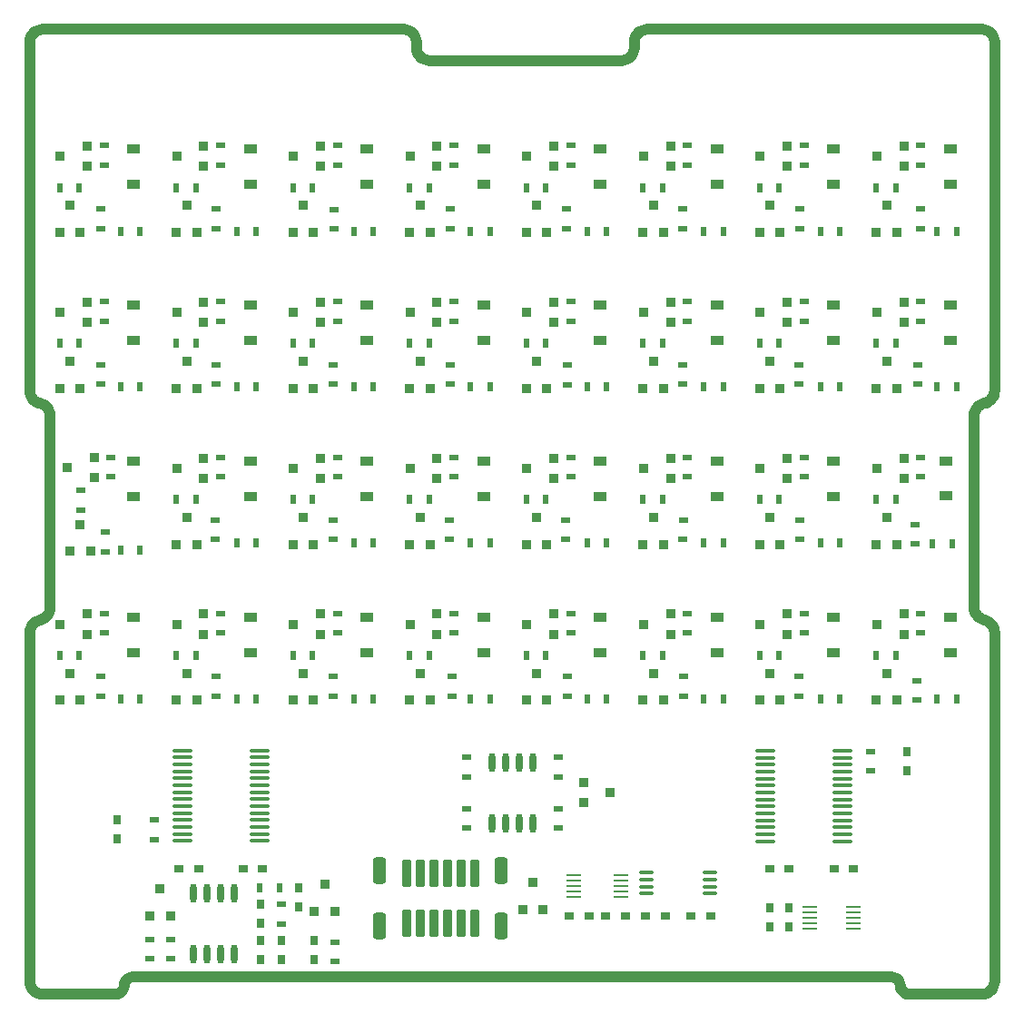
<source format=gbr>
G04*
G04 #@! TF.GenerationSoftware,Altium Limited,Altium Designer,24.1.2 (44)*
G04*
G04 Layer_Color=128*
%FSLAX44Y44*%
%MOMM*%
G71*
G04*
G04 #@! TF.SameCoordinates,32799FE6-DD90-4EFC-9ADB-317E97FF397D*
G04*
G04*
G04 #@! TF.FilePolarity,Positive*
G04*
G01*
G75*
%ADD17C,1.0000*%
%ADD21R,0.9000X0.6000*%
%ADD23R,0.8000X0.9000*%
%ADD24R,0.6000X0.9000*%
%ADD25R,0.9000X0.8000*%
G04:AMPARAMS|DCode=70|XSize=1.2mm|YSize=2.5mm|CornerRadius=0.3mm|HoleSize=0mm|Usage=FLASHONLY|Rotation=180.000|XOffset=0mm|YOffset=0mm|HoleType=Round|Shape=RoundedRectangle|*
%AMROUNDEDRECTD70*
21,1,1.2000,1.9000,0,0,180.0*
21,1,0.6000,2.5000,0,0,180.0*
1,1,0.6000,-0.3000,0.9500*
1,1,0.6000,0.3000,0.9500*
1,1,0.6000,0.3000,-0.9500*
1,1,0.6000,-0.3000,-0.9500*
%
%ADD70ROUNDEDRECTD70*%
G04:AMPARAMS|DCode=71|XSize=0.8mm|YSize=2.6mm|CornerRadius=0.2mm|HoleSize=0mm|Usage=FLASHONLY|Rotation=180.000|XOffset=0mm|YOffset=0mm|HoleType=Round|Shape=RoundedRectangle|*
%AMROUNDEDRECTD71*
21,1,0.8000,2.2000,0,0,180.0*
21,1,0.4000,2.6000,0,0,180.0*
1,1,0.4000,-0.2000,1.1000*
1,1,0.4000,0.2000,1.1000*
1,1,0.4000,0.2000,-1.1000*
1,1,0.4000,-0.2000,-1.1000*
%
%ADD71ROUNDEDRECTD71*%
%ADD72R,0.9000X0.9500*%
%ADD73O,0.6000X1.8000*%
%ADD74R,1.2200X0.9100*%
%ADD75R,0.9500X0.9000*%
%ADD76O,1.8500X0.3800*%
%ADD77O,1.4500X0.2500*%
%ADD78R,1.3970X0.2794*%
%ADD79O,1.4500X0.3500*%
D17*
X-10Y562850D02*
X228Y560472D01*
X932Y558189D01*
X2075Y556090D01*
X3611Y554260D01*
X5479Y552770D01*
X7606Y551679D01*
X9906Y551032D01*
X19200Y539350D02*
X18962Y541728D01*
X18258Y544011D01*
X17115Y546110D01*
X15579Y547940D01*
X13711Y549430D01*
X11584Y550521D01*
X9284Y551168D01*
X96000Y16000D02*
X93528Y15609D01*
X91298Y14472D01*
X89528Y12702D01*
X88392Y10472D01*
X88000Y8000D01*
X880800Y360650D02*
X881038Y358272D01*
X881742Y355989D01*
X882885Y353890D01*
X884421Y352060D01*
X886289Y350570D01*
X888416Y349479D01*
X890716Y348832D01*
X888000Y0D02*
X890670Y301D01*
X893207Y1188D01*
X895482Y2618D01*
X897382Y4518D01*
X898812Y6793D01*
X899699Y9330D01*
X900000Y12000D01*
X12000Y900000D02*
X9330Y899699D01*
X6793Y898812D01*
X4518Y897382D01*
X2618Y895482D01*
X1188Y893207D01*
X301Y890670D01*
X0Y888000D01*
X812000Y8000D02*
X812392Y5528D01*
X813528Y3298D01*
X815298Y1528D01*
X817528Y391D01*
X820000Y0D01*
X80000D02*
X82472Y391D01*
X84702Y1528D01*
X86472Y3298D01*
X87608Y5528D01*
X88000Y8000D01*
X890074Y551072D02*
X892374Y551720D01*
X894501Y552810D01*
X896369Y554300D01*
X897905Y556130D01*
X899048Y558229D01*
X899752Y560512D01*
X899990Y562890D01*
X575900Y900000D02*
X573230Y899699D01*
X570693Y898812D01*
X568418Y897382D01*
X566518Y895482D01*
X565088Y893207D01*
X564201Y890670D01*
X563900Y888000D01*
X812000Y8000D02*
X811609Y10472D01*
X810472Y12702D01*
X808702Y14472D01*
X806472Y15609D01*
X804000Y16000D01*
X890716Y551168D02*
X888416Y550521D01*
X886289Y549430D01*
X884421Y547940D01*
X882885Y546110D01*
X881742Y544011D01*
X881038Y541728D01*
X880800Y539350D01*
X899990Y337130D02*
X899752Y339508D01*
X899048Y341791D01*
X897905Y343890D01*
X896369Y345720D01*
X894501Y347210D01*
X892374Y348301D01*
X890074Y348948D01*
X9284Y348832D02*
X11584Y349479D01*
X13711Y350570D01*
X15579Y352060D01*
X17115Y353890D01*
X18258Y355989D01*
X18962Y358272D01*
X19200Y360650D01*
X900000Y888000D02*
X899699Y890670D01*
X898812Y893207D01*
X897382Y895482D01*
X895482Y897382D01*
X893207Y898812D01*
X890670Y899699D01*
X888000Y900000D01*
X360700Y882700D02*
X361001Y880030D01*
X361888Y877493D01*
X363318Y875218D01*
X365218Y873318D01*
X367493Y871888D01*
X370030Y871001D01*
X372700Y870700D01*
X360700Y888000D02*
X360399Y890670D01*
X359512Y893207D01*
X358082Y895482D01*
X356182Y897382D01*
X353907Y898812D01*
X351370Y899699D01*
X348700Y900000D01*
X551900Y870700D02*
X554570Y871001D01*
X557107Y871888D01*
X559382Y873318D01*
X561282Y875218D01*
X562712Y877493D01*
X563599Y880030D01*
X563900Y882700D01*
X9916Y348968D02*
X7616Y348321D01*
X5489Y347230D01*
X3621Y345740D01*
X2085Y343910D01*
X942Y341811D01*
X238Y339528D01*
X0Y337150D01*
Y12000D02*
X301Y9330D01*
X1188Y6793D01*
X2618Y4518D01*
X4518Y2618D01*
X6793Y1188D01*
X9330Y301D01*
X12000Y0D01*
Y900000D02*
X348700D01*
X19200Y360650D02*
Y539350D01*
X372700Y870700D02*
X551900D01*
X0Y12000D02*
Y337150D01*
X575900Y900000D02*
X888000D01*
X360700Y882700D02*
Y888000D01*
X96000Y16000D02*
X804000D01*
X899990Y562890D02*
Y887990D01*
X12000Y0D02*
X80000D01*
X563900Y882700D02*
Y888000D01*
X820000Y0D02*
X888000D01*
X880800Y360650D02*
Y539350D01*
X900000Y12000D02*
Y337120D01*
X0Y562860D02*
Y888000D01*
D21*
X65978Y278109D02*
D03*
X65979Y296268D02*
D03*
X66600Y714109D02*
D03*
X66601Y732268D02*
D03*
X830500Y714109D02*
D03*
X830501Y732268D02*
D03*
X70700Y412914D02*
D03*
X70701Y431073D02*
D03*
X172800Y424109D02*
D03*
X172801Y442268D02*
D03*
X66600Y568809D02*
D03*
X66601Y586968D02*
D03*
X501599Y568641D02*
D03*
X501600Y586800D02*
D03*
X609150Y568809D02*
D03*
X609151Y586968D02*
D03*
X717400Y568809D02*
D03*
X717401Y586968D02*
D03*
X828400Y568809D02*
D03*
X828401Y586968D02*
D03*
X499850Y424109D02*
D03*
X499851Y442268D02*
D03*
X717950Y424109D02*
D03*
X717951Y442268D02*
D03*
X174150Y568809D02*
D03*
X174151Y586968D02*
D03*
X282950Y568809D02*
D03*
X282951Y586968D02*
D03*
X825392Y420029D02*
D03*
X825394Y438188D02*
D03*
X391600Y424109D02*
D03*
X391601Y442268D02*
D03*
X283300Y424109D02*
D03*
X283301Y442268D02*
D03*
X609350Y424109D02*
D03*
X609351Y442268D02*
D03*
X609600Y278109D02*
D03*
X609601Y296268D02*
D03*
X283999Y713741D02*
D03*
X284000Y731900D02*
D03*
X391850Y714109D02*
D03*
X391851Y732268D02*
D03*
X234400Y83890D02*
D03*
X234399Y65731D02*
D03*
X609150Y714109D02*
D03*
X609151Y732268D02*
D03*
X717900Y714109D02*
D03*
X717901Y732268D02*
D03*
X173750Y714109D02*
D03*
X173751Y732268D02*
D03*
X500450Y714109D02*
D03*
X500451Y732268D02*
D03*
X392500Y568809D02*
D03*
X392501Y586968D02*
D03*
X283199Y278041D02*
D03*
X283200Y296200D02*
D03*
X717593Y278109D02*
D03*
X717594Y296268D02*
D03*
X827356Y274190D02*
D03*
X827357Y292349D02*
D03*
X393850Y278109D02*
D03*
X393851Y296268D02*
D03*
X501550Y278109D02*
D03*
X501551Y296268D02*
D03*
X173450Y278109D02*
D03*
X173451Y296268D02*
D03*
X784100Y208309D02*
D03*
X784101Y226468D02*
D03*
X116400Y162450D02*
D03*
X116399Y144291D02*
D03*
X112158Y33014D02*
D03*
X112160Y51173D02*
D03*
X131158Y33014D02*
D03*
X131160Y51173D02*
D03*
X284500Y48491D02*
D03*
X284499Y30332D02*
D03*
X492701Y220965D02*
D03*
X492700Y202806D02*
D03*
X407499Y154835D02*
D03*
X407500Y172994D02*
D03*
X69201Y355188D02*
D03*
X69200Y337029D02*
D03*
X47401Y469668D02*
D03*
X47400Y451509D02*
D03*
X75201Y500768D02*
D03*
X75200Y482609D02*
D03*
X69201Y791588D02*
D03*
X69200Y773429D02*
D03*
X830801Y500655D02*
D03*
X830800Y482496D02*
D03*
X492700Y172994D02*
D03*
X492699Y154835D02*
D03*
X407500Y202806D02*
D03*
X407501Y220965D02*
D03*
X830800Y337029D02*
D03*
X830801Y355188D02*
D03*
X830800Y773429D02*
D03*
X830801Y791588D02*
D03*
X722000Y337029D02*
D03*
X722001Y355188D02*
D03*
X613200Y337029D02*
D03*
X613201Y355188D02*
D03*
X504400Y337029D02*
D03*
X504401Y355188D02*
D03*
X395600Y337029D02*
D03*
X395601Y355188D02*
D03*
X286800Y337029D02*
D03*
X286801Y355188D02*
D03*
X178000Y337029D02*
D03*
X178001Y355188D02*
D03*
X722000Y482496D02*
D03*
X722001Y500655D02*
D03*
X613200Y482496D02*
D03*
X613201Y500655D02*
D03*
X504400Y482496D02*
D03*
X504401Y500655D02*
D03*
X395600Y482496D02*
D03*
X395601Y500655D02*
D03*
X286800Y482496D02*
D03*
X286801Y500655D02*
D03*
X178000Y482496D02*
D03*
X178001Y500655D02*
D03*
X830800Y627962D02*
D03*
X830801Y646121D02*
D03*
X722000Y627962D02*
D03*
X722001Y646121D02*
D03*
X613200Y627962D02*
D03*
X613201Y646121D02*
D03*
X504400Y627962D02*
D03*
X504401Y646121D02*
D03*
X395600Y627962D02*
D03*
X395601Y646121D02*
D03*
X286800Y627962D02*
D03*
X286801Y646121D02*
D03*
X178000Y627962D02*
D03*
X178001Y646121D02*
D03*
X69200Y627962D02*
D03*
X69201Y646121D02*
D03*
X722000Y773429D02*
D03*
X722001Y791588D02*
D03*
X613200Y773429D02*
D03*
X613201Y791588D02*
D03*
X504400Y773429D02*
D03*
X504401Y791588D02*
D03*
X395600Y773429D02*
D03*
X395601Y791588D02*
D03*
X286800Y773429D02*
D03*
X286801Y791588D02*
D03*
X178000Y773429D02*
D03*
X178001Y791588D02*
D03*
D23*
X818300Y208199D02*
D03*
Y226199D02*
D03*
X234400Y50514D02*
D03*
Y32514D02*
D03*
X215500Y66000D02*
D03*
Y84000D02*
D03*
X265500Y50514D02*
D03*
Y32514D02*
D03*
X250606Y81435D02*
D03*
Y99435D02*
D03*
X215500Y32514D02*
D03*
Y50514D02*
D03*
X690198Y80625D02*
D03*
Y62625D02*
D03*
X708198D02*
D03*
Y80625D02*
D03*
X81300Y144560D02*
D03*
Y162560D02*
D03*
D24*
X232659Y99199D02*
D03*
X214500Y99200D02*
D03*
X698891Y315921D02*
D03*
X680732Y315923D02*
D03*
X590091Y315921D02*
D03*
X571932Y315923D02*
D03*
X463132D02*
D03*
X481291Y315921D02*
D03*
X372491D02*
D03*
X354332Y315923D02*
D03*
X245532D02*
D03*
X263691Y315921D02*
D03*
X136732Y315923D02*
D03*
X154891Y315921D02*
D03*
X807691D02*
D03*
X789532Y315923D02*
D03*
X846121Y711675D02*
D03*
X864280Y711674D02*
D03*
X807691Y752321D02*
D03*
X789532Y752323D02*
D03*
X27932Y315923D02*
D03*
X46091Y315921D02*
D03*
Y606855D02*
D03*
X27932Y606856D02*
D03*
X46091Y752321D02*
D03*
X27932Y752323D02*
D03*
X84421Y711675D02*
D03*
X102580Y711674D02*
D03*
X245532Y606856D02*
D03*
X263691Y606855D02*
D03*
X789532Y606856D02*
D03*
X807691Y606855D02*
D03*
X680732Y606856D02*
D03*
X698891Y606855D02*
D03*
X136732Y606856D02*
D03*
X154891Y606855D02*
D03*
X463132Y606856D02*
D03*
X481291Y606855D02*
D03*
X571932Y606856D02*
D03*
X590091Y606855D02*
D03*
X354332Y606856D02*
D03*
X372491Y606855D02*
D03*
X193235Y275275D02*
D03*
X211394Y275274D02*
D03*
X519678Y420742D02*
D03*
X537837Y420741D02*
D03*
X737307Y420742D02*
D03*
X755466Y420741D02*
D03*
X628493Y420742D02*
D03*
X646651Y420741D02*
D03*
X193235Y566208D02*
D03*
X211394Y566207D02*
D03*
X519678Y275275D02*
D03*
X537837Y275274D02*
D03*
X841821Y420401D02*
D03*
X859980Y420400D02*
D03*
X410864Y566208D02*
D03*
X429023Y566207D02*
D03*
X519678Y566208D02*
D03*
X537837Y566207D02*
D03*
X193235Y420742D02*
D03*
X211394Y420741D02*
D03*
X84421Y566208D02*
D03*
X102580Y566207D02*
D03*
X846121Y566208D02*
D03*
X864280Y566207D02*
D03*
X84421Y414185D02*
D03*
X102580Y414184D02*
D03*
X302050Y275275D02*
D03*
X320209Y275274D02*
D03*
X846121Y275275D02*
D03*
X864280Y275274D02*
D03*
X737307Y566208D02*
D03*
X755466Y566207D02*
D03*
X410864Y420742D02*
D03*
X429023Y420741D02*
D03*
X245532Y461389D02*
D03*
X263691Y461388D02*
D03*
X354332Y461389D02*
D03*
X372491Y461388D02*
D03*
X354332Y752323D02*
D03*
X372491Y752321D02*
D03*
X263691D02*
D03*
X245532Y752323D02*
D03*
X590091Y461388D02*
D03*
X571932Y461389D02*
D03*
X755466Y275274D02*
D03*
X737307Y275275D02*
D03*
X646651Y275274D02*
D03*
X628493Y275275D02*
D03*
X429023Y275274D02*
D03*
X410864Y275275D02*
D03*
X102580Y275274D02*
D03*
X84421Y275275D02*
D03*
X807691Y461388D02*
D03*
X789532Y461389D02*
D03*
X698891Y461388D02*
D03*
X680732Y461389D02*
D03*
X481291Y461388D02*
D03*
X463132Y461389D02*
D03*
X320209Y420741D02*
D03*
X302050Y420742D02*
D03*
X154891Y461388D02*
D03*
X136732Y461389D02*
D03*
X646651Y566207D02*
D03*
X628493Y566208D02*
D03*
X320209Y566207D02*
D03*
X302050Y566208D02*
D03*
X755466Y711674D02*
D03*
X737307Y711675D02*
D03*
X698891Y752321D02*
D03*
X680732Y752323D02*
D03*
X646651Y711674D02*
D03*
X628493Y711675D02*
D03*
X590091Y752321D02*
D03*
X571932Y752323D02*
D03*
X481291Y752321D02*
D03*
X463132Y752323D02*
D03*
X537837Y711674D02*
D03*
X519678Y711675D02*
D03*
X429023Y711674D02*
D03*
X410864Y711675D02*
D03*
X320209Y711674D02*
D03*
X302050Y711675D02*
D03*
X211394Y711674D02*
D03*
X193235Y711675D02*
D03*
X154891Y752321D02*
D03*
X136732Y752323D02*
D03*
D25*
X574567Y72700D02*
D03*
X592567D02*
D03*
X616833D02*
D03*
X634833D02*
D03*
X217064Y117400D02*
D03*
X199064D02*
D03*
X157298D02*
D03*
X139298D02*
D03*
X708198Y117300D02*
D03*
X690198D02*
D03*
X767964D02*
D03*
X749964D02*
D03*
X537200Y72700D02*
D03*
X555200D02*
D03*
X503500D02*
D03*
X521500D02*
D03*
D70*
X326180Y63480D02*
D03*
X439580D02*
D03*
X326180Y115480D02*
D03*
X439580D02*
D03*
D71*
X351130Y66130D02*
D03*
X376530D02*
D03*
X389230D02*
D03*
X401930D02*
D03*
X414630D02*
D03*
X363830D02*
D03*
X351130Y112830D02*
D03*
X363830D02*
D03*
X376530D02*
D03*
X414630D02*
D03*
X401930D02*
D03*
X389230D02*
D03*
D72*
X284500Y77500D02*
D03*
X275000Y102500D02*
D03*
X265500Y77500D02*
D03*
X112158Y73200D02*
D03*
X121658Y98200D02*
D03*
X131158Y73200D02*
D03*
X789591Y710590D02*
D03*
X799091Y735590D02*
D03*
X808591Y710590D02*
D03*
X56661Y413100D02*
D03*
X47161Y438100D02*
D03*
X37661Y413100D02*
D03*
X27991Y274190D02*
D03*
X37491Y299190D02*
D03*
X46991Y274190D02*
D03*
X27991Y710590D02*
D03*
X37491Y735590D02*
D03*
X46991Y710590D02*
D03*
X478821Y79172D02*
D03*
X469321Y104172D02*
D03*
X459821Y79172D02*
D03*
X245591Y710590D02*
D03*
X255091Y735590D02*
D03*
X264591Y710590D02*
D03*
X808591Y274190D02*
D03*
X799091Y299190D02*
D03*
X789591Y274190D02*
D03*
X699791Y565123D02*
D03*
X690291Y590123D02*
D03*
X680791Y565123D02*
D03*
X373391D02*
D03*
X363891Y590123D02*
D03*
X354391Y565123D02*
D03*
X590991Y710590D02*
D03*
X581491Y735590D02*
D03*
X571991Y710590D02*
D03*
X482191Y565123D02*
D03*
X472691Y590123D02*
D03*
X463191Y565123D02*
D03*
X155791Y419657D02*
D03*
X146291Y444657D02*
D03*
X136791Y419657D02*
D03*
X482191Y710590D02*
D03*
X472691Y735590D02*
D03*
X463191Y710590D02*
D03*
X46991Y565123D02*
D03*
X37491Y590123D02*
D03*
X27991Y565123D02*
D03*
X699791Y710590D02*
D03*
X690291Y735590D02*
D03*
X680791Y710590D02*
D03*
X808591Y565123D02*
D03*
X799091Y590123D02*
D03*
X789591Y565123D02*
D03*
X155791Y710590D02*
D03*
X146291Y735590D02*
D03*
X136791Y710590D02*
D03*
X571991Y419657D02*
D03*
X581491Y444657D02*
D03*
X590991Y419657D02*
D03*
X571991Y565123D02*
D03*
X581491Y590123D02*
D03*
X590991Y565123D02*
D03*
X680791Y274190D02*
D03*
X690291Y299190D02*
D03*
X699791Y274190D02*
D03*
X571991D02*
D03*
X581491Y299190D02*
D03*
X590991Y274190D02*
D03*
X463191D02*
D03*
X472691Y299190D02*
D03*
X482191Y274190D02*
D03*
X354391D02*
D03*
X363891Y299190D02*
D03*
X373391Y274190D02*
D03*
X245591D02*
D03*
X255091Y299190D02*
D03*
X264591Y274190D02*
D03*
X136791D02*
D03*
X146291Y299190D02*
D03*
X155791Y274190D02*
D03*
X789591Y419657D02*
D03*
X799091Y444657D02*
D03*
X808591Y419657D02*
D03*
X680791D02*
D03*
X690291Y444657D02*
D03*
X699791Y419657D02*
D03*
X463191D02*
D03*
X472691Y444657D02*
D03*
X482191Y419657D02*
D03*
X354391D02*
D03*
X363891Y444657D02*
D03*
X373391Y419657D02*
D03*
X245591D02*
D03*
X255091Y444657D02*
D03*
X264591Y419657D02*
D03*
X245591Y565123D02*
D03*
X255091Y590123D02*
D03*
X264591Y565123D02*
D03*
X136791D02*
D03*
X146291Y590123D02*
D03*
X155791Y565123D02*
D03*
X354391Y710590D02*
D03*
X363891Y735590D02*
D03*
X373391Y710590D02*
D03*
D73*
X152850Y93950D02*
D03*
X165550D02*
D03*
X178250D02*
D03*
X190950D02*
D03*
X152850Y37450D02*
D03*
X165550D02*
D03*
X178250D02*
D03*
X190950D02*
D03*
X430950Y216150D02*
D03*
X443650D02*
D03*
X456350D02*
D03*
X469050D02*
D03*
X430950Y159650D02*
D03*
X443650D02*
D03*
X456350D02*
D03*
X469050D02*
D03*
D74*
X423443Y609842D02*
D03*
Y642542D02*
D03*
X97000Y609842D02*
D03*
Y642542D02*
D03*
X858700Y609842D02*
D03*
Y642542D02*
D03*
X854400Y464600D02*
D03*
Y497300D02*
D03*
X205814Y609842D02*
D03*
Y642542D02*
D03*
X314629Y609842D02*
D03*
Y642542D02*
D03*
X97000Y318909D02*
D03*
Y351609D02*
D03*
Y497076D02*
D03*
Y464376D02*
D03*
Y788009D02*
D03*
Y755309D02*
D03*
X205814D02*
D03*
Y788009D02*
D03*
X641071Y755309D02*
D03*
Y788009D02*
D03*
X423443Y755309D02*
D03*
Y788009D02*
D03*
X749886Y755309D02*
D03*
Y788009D02*
D03*
X858700Y755309D02*
D03*
Y788009D02*
D03*
X314629Y755309D02*
D03*
Y788009D02*
D03*
X532257Y755309D02*
D03*
Y788009D02*
D03*
X858700Y351609D02*
D03*
Y318909D02*
D03*
X423443Y351609D02*
D03*
Y318909D02*
D03*
X532257Y351609D02*
D03*
Y318909D02*
D03*
X641071Y351609D02*
D03*
Y318909D02*
D03*
X749886Y351609D02*
D03*
Y318909D02*
D03*
X314629Y351609D02*
D03*
Y318909D02*
D03*
X205814Y351609D02*
D03*
Y318909D02*
D03*
X749886Y497076D02*
D03*
Y464376D02*
D03*
X641071Y497076D02*
D03*
Y464376D02*
D03*
X532257Y497076D02*
D03*
Y464376D02*
D03*
X423443Y497076D02*
D03*
Y464376D02*
D03*
X314629Y497076D02*
D03*
Y464376D02*
D03*
X532257Y642542D02*
D03*
Y609842D02*
D03*
X641071Y642542D02*
D03*
Y609842D02*
D03*
X749886Y642542D02*
D03*
Y609842D02*
D03*
X205814Y497076D02*
D03*
Y464376D02*
D03*
D75*
X162297Y772050D02*
D03*
X137297Y781550D02*
D03*
X162297Y791050D02*
D03*
X815097Y772050D02*
D03*
X790097Y781550D02*
D03*
X815097Y791050D02*
D03*
X53497Y335650D02*
D03*
X28497Y345150D02*
D03*
X53497Y354650D02*
D03*
X59900Y481760D02*
D03*
X34900Y491260D02*
D03*
X59900Y500760D02*
D03*
X53497Y772050D02*
D03*
X28497Y781550D02*
D03*
X53497Y791050D02*
D03*
X597497D02*
D03*
X572497Y781550D02*
D03*
X597497Y772050D02*
D03*
X488697Y791050D02*
D03*
X463697Y781550D02*
D03*
X488697Y772050D02*
D03*
X706297Y791050D02*
D03*
X681297Y781550D02*
D03*
X706297Y772050D02*
D03*
X379897Y791050D02*
D03*
X354897Y781550D02*
D03*
X379897Y772050D02*
D03*
X271097Y791050D02*
D03*
X246097Y781550D02*
D03*
X271097Y772050D02*
D03*
X597497Y626583D02*
D03*
X572497Y636083D02*
D03*
X597497Y645583D02*
D03*
Y481116D02*
D03*
X572497Y490616D02*
D03*
X597497Y500117D02*
D03*
X516400Y197639D02*
D03*
X541400Y188139D02*
D03*
X516400Y178639D02*
D03*
X815097Y335650D02*
D03*
X790097Y345150D02*
D03*
X815097Y354650D02*
D03*
X706297Y335650D02*
D03*
X681297Y345150D02*
D03*
X706297Y354650D02*
D03*
X597497Y335650D02*
D03*
X572497Y345150D02*
D03*
X597497Y354650D02*
D03*
X488697Y335650D02*
D03*
X463697Y345150D02*
D03*
X488697Y354650D02*
D03*
X379897Y335650D02*
D03*
X354897Y345150D02*
D03*
X379897Y354650D02*
D03*
X271097Y335650D02*
D03*
X246097Y345150D02*
D03*
X271097Y354650D02*
D03*
X162297Y335650D02*
D03*
X137297Y345150D02*
D03*
X162297Y354650D02*
D03*
X815097Y481116D02*
D03*
X790097Y490616D02*
D03*
X815097Y500117D02*
D03*
X706297Y481116D02*
D03*
X681297Y490616D02*
D03*
X706297Y500117D02*
D03*
X488697Y481116D02*
D03*
X463697Y490616D02*
D03*
X488697Y500117D02*
D03*
X379897Y481116D02*
D03*
X354897Y490616D02*
D03*
X379897Y500117D02*
D03*
X271097Y481116D02*
D03*
X246097Y490616D02*
D03*
X271097Y500117D02*
D03*
X162297Y481116D02*
D03*
X137297Y490616D02*
D03*
X162297Y500117D02*
D03*
X815097Y626583D02*
D03*
X790097Y636083D02*
D03*
X815097Y645583D02*
D03*
X706297Y626583D02*
D03*
X681297Y636083D02*
D03*
X706297Y645583D02*
D03*
X488697Y626583D02*
D03*
X463697Y636083D02*
D03*
X488697Y645583D02*
D03*
X379897Y626583D02*
D03*
X354897Y636083D02*
D03*
X379897Y645583D02*
D03*
X271097Y626583D02*
D03*
X246097Y636083D02*
D03*
X271097Y645583D02*
D03*
X162297Y626583D02*
D03*
X137297Y636083D02*
D03*
X162297Y645583D02*
D03*
X53497Y626583D02*
D03*
X28497Y636083D02*
D03*
X53497Y645583D02*
D03*
D76*
X686181Y142576D02*
D03*
Y227076D02*
D03*
Y220576D02*
D03*
Y214076D02*
D03*
Y207575D02*
D03*
Y201075D02*
D03*
Y181576D02*
D03*
Y175076D02*
D03*
Y162076D02*
D03*
Y155576D02*
D03*
Y149076D02*
D03*
Y168576D02*
D03*
X758181Y201076D02*
D03*
Y181576D02*
D03*
Y220576D02*
D03*
Y214076D02*
D03*
Y207576D02*
D03*
Y194576D02*
D03*
Y188076D02*
D03*
Y175076D02*
D03*
Y168576D02*
D03*
Y162076D02*
D03*
Y155576D02*
D03*
Y149076D02*
D03*
Y142576D02*
D03*
Y227076D02*
D03*
X686181Y194576D02*
D03*
Y188076D02*
D03*
X214181Y175450D02*
D03*
X142181Y142950D02*
D03*
Y227450D02*
D03*
Y220950D02*
D03*
Y214450D02*
D03*
Y207950D02*
D03*
Y201450D02*
D03*
Y194950D02*
D03*
Y181950D02*
D03*
Y175450D02*
D03*
Y162450D02*
D03*
Y155950D02*
D03*
Y149450D02*
D03*
Y188450D02*
D03*
Y168950D02*
D03*
X214181Y201450D02*
D03*
Y181950D02*
D03*
Y220950D02*
D03*
Y214450D02*
D03*
Y207950D02*
D03*
Y194950D02*
D03*
Y188450D02*
D03*
Y168950D02*
D03*
Y162450D02*
D03*
Y155950D02*
D03*
Y149450D02*
D03*
Y142950D02*
D03*
Y227450D02*
D03*
D77*
X767950Y81500D02*
D03*
Y76500D02*
D03*
Y71500D02*
D03*
Y66500D02*
D03*
Y61500D02*
D03*
X727450Y81500D02*
D03*
Y76500D02*
D03*
Y71500D02*
D03*
Y66500D02*
D03*
Y61500D02*
D03*
D78*
X507256Y90892D02*
D03*
Y95896D02*
D03*
Y100900D02*
D03*
Y105904D02*
D03*
Y110908D02*
D03*
X550944D02*
D03*
Y105904D02*
D03*
Y100900D02*
D03*
Y95896D02*
D03*
Y90892D02*
D03*
D79*
X633950Y113250D02*
D03*
Y106750D02*
D03*
Y100250D02*
D03*
Y93750D02*
D03*
X575450Y113250D02*
D03*
Y106750D02*
D03*
Y100250D02*
D03*
Y93750D02*
D03*
M02*

</source>
